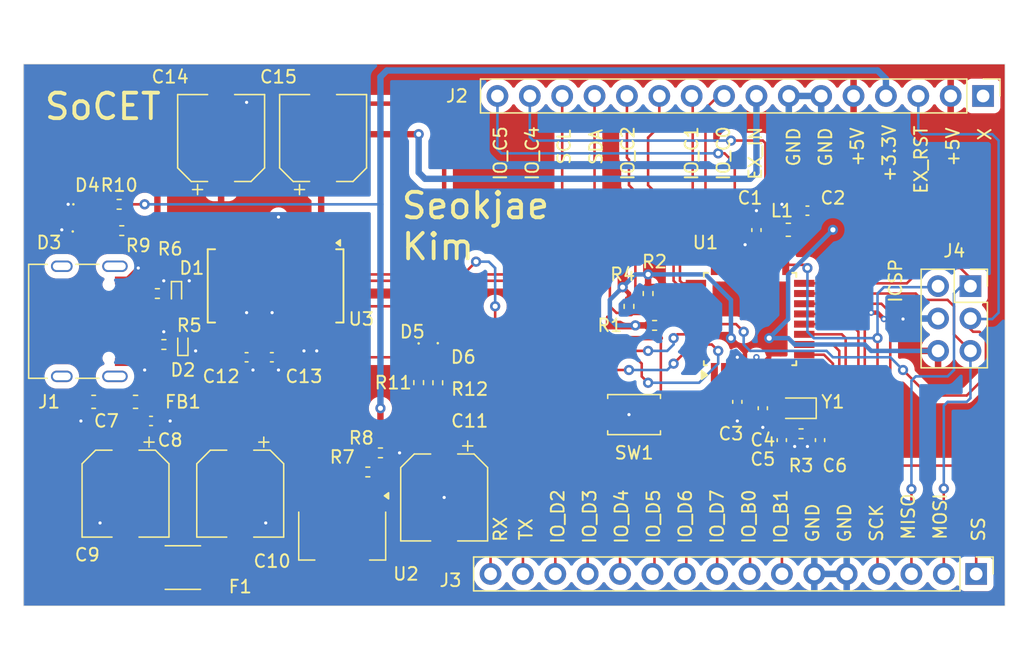
<source format=kicad_pcb>
(kicad_pcb (version 20240108) (generator "pcbnew") (generator_version "8.0")
  (layers (0 "F.Cu" signal) (31 "B.Cu" signal) (34 "B.Paste" user) (35 "F.Paste" user) (36 "B.SilkS" user "B.Silkscreen") (37 "F.SilkS" user "F.Silkscreen") (38 "B.Mask" user) (39 "F.Mask" user) (44 "Edge.Cuts" user))
  (net 0 "")
  (net 1 "GND")
  (net 2 "USBC_D.N")
  (net 3 "USBC_D.P")
  (net 4 "GPIO_B0")
  (net 5 "I2C_SDA")
  (net 6 "SPI.SCK")
  (net 7 "USART.RXD")
  (net 8 "Net-(U1-AREF)")
  (net 9 "EX_OSC2")
  (net 10 "+5V")
  (net 11 "GPIO_C3")
  (net 12 "GPIO_B1")
  (net 13 "GPIO_D6")
  (net 14 "GPIO_C0")
  (net 15 "GPIO_C2")
  (net 16 "GPIO_C1")
  (net 17 "GPIO_C4")
  (net 18 "Net-(U1-AVCC)")
  (net 19 "GPIO_D7")
  (net 20 "GPIO_D5")
  (net 21 "GPIO_D4")
  (net 22 "GPIO_C5")
  (net 23 "SPI.MOSI")
  (net 24 "I2C_SCL")
  (net 25 "SPI.MISO")
  (net 26 "GPIO_D3")
  (net 27 "SPI.SS")
  (net 28 "EX_RST")
  (net 29 "GPIO_D2")
  (net 30 "EX_OSC1")
  (net 31 "USART.TXD")
  (net 32 "+3.3V")
  (net 33 "Net-(U2-ADJ)")
  (net 34 "Net-(D6-K)")
  (net 40 "USART_DTR")
  (net 42 "Net-(D5-K)")
  (net 47 "Net-(U3-3V3OUT)")
  (net 48 "PWRU_IN")
  (net 49 "Net-(C8-Pad1)")
  (net 50 "Net-(D3-A)")
  (net 51 "Net-(D4-A)")
  (net 52 "Net-(D5-A)")
  (net 53 "Net-(D6-A)")
  (net 56 "Net-(J1-CC2)")
  (net 61 "Net-(J1-CC1)")
  (footprint "Resistor_SMD:R_0402_1005Metric" (layer "F.Cu") (at 131.5 90.49 -90)
    (property "Reference" "R11")
    (property "Value" "155")
  )
  (footprint "Resistor_SMD:R_0402_1005Metric" (layer "F.Cu") (at 111 83.5)
    (property "Reference" "R6")
    (property "Value" "5.1k")
  )
  (footprint "Resistor_SMD:R_0402_1005Metric" (layer "F.Cu") (at 108 76.5 180)
    (property "Reference" "R10")
    (property "Value" "70Ω")
  )
  (footprint "Capacitor_SMD:CP_Elec_6.3x7.7" (layer "F.Cu") (at 133.5 99.5 -90)
    (property "Reference" "C11")
    (property "Value" "0.1u")
  )
  (footprint "Resistor_SMD:R_0402_1005Metric" (layer "F.Cu") (at 108.205 78.565 180)
    (property "Reference" "R9")
    (property "Value" "155Ω")
  )
  (footprint "Package_TO_SOT_SMD:SOT-223" (layer "F.Cu") (at 125.5 102.5 -90)
    (property "Reference" "U2")
    (property "Value" "LM1117DT-ADJ")
  )
  (footprint "Capacitor_SMD:C_0402_1005Metric" (layer "F.Cu") (at 156.5 92 -90)
    (property "Reference" "C3")
    (property "Value" "0.1u")
  )
  (footprint "Connector_PinSocket_2.54mm:PinSocket_2x03_P2.54mm_Vertical" (layer "F.Cu") (at 174.79 82.92)
    (property "Reference" "J4")
    (property "Value" "ICSP")
  )
  (footprint "Capacitor_SMD:C_0402_1005Metric" (layer "F.Cu") (at 110.5 93.5)
    (property "Reference" "C8")
    (property "Value" "0.1u")
  )
  (footprint "Capacitor_SMD:CP_Elec_6.3x7.7" (layer "F.Cu") (at 117.5 99.2 -90)
    (property "Reference" "C10")
    (property "Value" "10u")
  )
  (footprint "Capacitor_SMD:C_0402_1005Metric" (layer "F.Cu") (at 119.98 88.5)
    (property "Reference" "C13")
    (property "Value" "0.1u")
  )
  (footprint "Capacitor_SMD:CP_Elec_6.3x7.7" (layer "F.Cu") (at 116 71.3 90)
    (property "Reference" "C14")
    (property "Value" "4.7u")
  )
  (footprint "Capacitor_SMD:C_0402_1005Metric" (layer "F.Cu") (at 118 88.5)
    (property "Reference" "C12")
    (property "Value" "0.1u")
  )
  (footprint "Button_Switch_SMD:SW_Push_SPST_NO_Alps_SKRK" (layer "F.Cu") (at 148.4 93 180)
    (property "Reference" "SW1")
    (property "Value" "SW_Push")
  )
  (footprint "Resistor_SMD:R_0402_1005Metric" (layer "F.Cu") (at 128.5 96)
    (property "Reference" "R8")
    (property "Value" "200")
  )
  (footprint "Diode_SMD:D_SOD-923" (layer "F.Cu") (at 113 87.5 90)
    (property "Reference" "D2")
    (property "Value" "ESD9B5.0ST5G")
  )
  (footprint "LED_SMD:LED_0402_1005Metric" (layer "F.Cu") (at 133 88.485 -90)
    (property "Reference" "D6")
    (property "Value" "LED")
  )
  (footprint "Capacitor_SMD:C_0402_1005Metric" (layer "F.Cu") (at 162.99 95 -90)
    (property "Reference" "C6")
    (property "Value" "18p")
  )
  (footprint "Capacitor_SMD:CP_Elec_6.3x7.7" (layer "F.Cu") (at 108.5 99.2 -90)
    (property "Reference" "C9")
    (property "Value" "4.7u")
  )
  (footprint "Connector_PinHeader_2.54mm:PinHeader_1x16_P2.54mm_Vertical" (layer "F.Cu") (at 175.24 105.5 -90)
    (property "Reference" "J3")
    (property "Value" "Conn_01x16_Socket")
  )
  (footprint "Resistor_SMD:R_0402_1005Metric" (layer "F.Cu") (at 127.51 97.5)
    (property "Reference" "R7")
    (property "Value" "121")
  )
  (footprint "Connector_USB:USB_C_Receptacle_Palconn_UTC16-G" (layer "F.Cu") (at 105.74 85.68 -90)
    (property "Reference" "J1")
    (property "Value" "USB_C_Receptacle_USB2.0_16P")
  )
  (footprint "Resistor_SMD:R_0402_1005Metric" (layer "F.Cu") (at 149.5 83.5 -90)
    (property "Reference" "R2")
    (property "Value" "4.7k")
  )
  (footprint "LED_SMD:LED_0402_1005Metric" (layer "F.Cu") (at 105.5 76.5)
    (property "Reference" "D4")
    (property "Value" "LED")
  )
  (footprint "Capacitor_SMD:C_0402_1005Metric" (layer "F.Cu") (at 158 78.52 -90)
    (property "Reference" "C1")
    (property "Value" "0.1u")
  )
  (footprint "Resistor_SMD:R_0402_1005Metric" (layer "F.Cu") (at 133 90.5 -90)
    (property "Reference" "R12")
    (property "Value" "155")
  )
  (footprint "Capacitor_SMD:C_0402_1005Metric" (layer "F.Cu") (at 158.5 92.5 -90)
    (property "Reference" "C4")
    (property "Value" "0.1u")
  )
  (footprint "Crystal:Crystal_SMD_2012-2Pin_2.0x1.2mm" (layer "F.Cu") (at 161.49 92.5 180)
    (property "Reference" "Y1")
    (property "Value" "16MHz")
  )
  (footprint "Resistor_SMD:R_0402_1005Metric" (layer "F.Cu") (at 111.51 87.5)
    (property "Reference" "R5")
    (property "Value" "5.1k")
  )
  (footprint "LED_SMD:LED_0402_1005Metric" (layer "F.Cu") (at 105.45 78.63)
    (property "Reference" "D3")
    (property "Value" "LED")
  )
  (footprint "Inductor_SMD:L_0603_1608Metric" (layer "F.Cu") (at 109.2875 92)
    (property "Reference" "FB1")
    (property "Value" "120Ω")
  )
  (footprint "Resistor_SMD:R_0402_1005Metric" (layer "F.Cu") (at 148 84.51 -90)
    (property "Reference" "R4")
    (property "Value" "4.7k")
  )
  (footprint "Package_QFP:TQFP-32_7x7mm_P0.8mm" (layer "F.Cu") (at 157.5 85.5 90)
    (property "Reference" "U1")
    (property "Value" "ATmega328P-A")
  )
  (footprint "Fuse:Fuse_1812_4532Metric" (layer "F.Cu") (at 113 105)
    (property "Reference" "F1")
    (property "Value" "500mA")
  )
  (footprint "Inductor_SMD:L_0603_1608Metric" (layer "F.Cu") (at 160.5 78.5)
    (property "Reference" "L1")
    (property "Value" "10u")
  )
  (footprint "Capacitor_SMD:C_0402_1005Metric" (layer "F.Cu") (at 159.99 95 -90)
    (property "Reference" "C5")
    (property "Value" "18p")
  )
  (footprint "Package_SO:SSOP-28_5.3x10.2mm_P0.65mm" (layer "F.Cu") (at 120.275 82.9 -90)
    (property "Reference" "U3")
    (property "Value" "FT232RL")
  )
  (footprint "Capacitor_SMD:CP_Elec_6.3x7.7" (layer "F.Cu") (at 124 71.3 90)
    (property "Reference" "C15")
    (property "Value" "0.1u")
  )
  (footprint "Resistor_SMD:R_0402_1005Metric" (layer "F.Cu") (at 150.01 86)
    (property "Reference" "R1")
    (property "Value" "10k")
  )
  (footprint "Capacitor_SMD:C_0603_1608Metric" (layer "F.Cu") (at 106 92 180)
    (property "Reference" "C7")
    (property "Value" "0.01u")
  )
  (footprint "Connector_PinHeader_2.54mm:PinHeader_1x16_P2.54mm_Vertical" (layer "F.Cu") (at 175.78 68 -90)
    (property "Reference" "J2")
    (property "Value" "Conn_01x16_Socket")
  )
  (footprint "LED_SMD:LED_0402_1005Metric" (layer "F.Cu") (at 131.5 88.505 -90)
    (property "Reference" "D5")
    (property "Value" "LED")
  )
  (footprint "Capacitor_SMD:C_0402_1005Metric" (layer "F.Cu") (at 162 77 180)
    (property "Reference" "C2")
    (property "Value" "0.1u")
  )
  (footprint "Resistor_SMD:R_0402_1005Metric" (layer "F.Cu") (at 161.5 94.5)
    (property "Reference" "R3")
    (property "Value" "1M")
  )
  (footprint "Diode_SMD:D_SOD-923" (layer "F.Cu") (at 112.5 83.42 -90)
    (property "Reference" "D1")
    (property "Value" "ESD9B5.0ST5G")
  )
  (gr_poly (pts (xy 100.5 65.5) (xy 100.5 108) (xy 177.5 108) (xy 177.5 65.5)) (stroke (width 0.05)) (fill none) (layer "Edge.Cuts"))
  (gr_text "IO_C5" (at 138.5 72.5 90) (layer "F.SilkS") (effects (font (size 1 1)) (justify bottom)))
  (gr_text "GND" (at 164 72 90) (layer "F.SilkS") (effects (font (size 1 1)) (justify bottom)))
  (gr_text "IO_D6" (at 153 101 90) (layer "F.SilkS") (effects (font (size 1 1)) (justify bottom)))
  (gr_text "IO_B0" (at 158 101 90) (layer "F.SilkS") (effects (font (size 1 1)) (justify bottom)))
  (gr_text "IO_D4" (at 148 101 90) (layer "F.SilkS") (effects (font (size 1 1)) (justify bottom)))
  (gr_text "EX_IN" (at 158.5 72.5 90) (layer "F.SilkS") (effects (font (size 1 1)) (justify bottom)))
  (gr_text "SCK" (at 168 101.5 90) (layer "F.SilkS") (effects (font (size 1 1)) (justify bottom)))
  (gr_text "IO_C0" (at 156 72.5 90) (layer "F.SilkS") (effects (font (size 1 1)) (justify bottom)))
  (gr_text "IO_C1" (at 153.5 72.5 90) (layer "F.SilkS") (effects (font (size 1 1)) (justify bottom)))
  (gr_text "X" (at 176.5 71 90) (layer "F.SilkS") (effects (font (size 1 1)) (justify bottom)))
  (gr_text "SCL" (at 143.5 72 90) (layer "F.SilkS") (effects (font (size 1 1)) (justify bottom)))
  (gr_text "IO_D5" (at 150.5 101 90) (layer "F.SilkS") (effects (font (size 1 1)) (justify bottom)))
  (gr_text "TX" (at 140.5 102 90) (layer "F.SilkS") (effects (font (size 1 1)) (justify bottom)))
  (gr_text "IO_B1" (at 160.5 101 90) (layer "F.SilkS") (effects (font (size 1 1)) (justify bottom)))
  (gr_text "+5V" (at 166.5 72 90) (layer "F.SilkS") (effects (font (size 1 1)) (justify bottom)))
  (gr_text "IO_C2" (at 148.5 72.5 90) (layer "F.SilkS") (effects (font (size 1 1)) (justify bottom)))
  (gr_text "RX" (at 138.5 102 90) (layer "F.SilkS") (effects (font (size 1 1)) (justify bottom)))
  (gr_text "SoCET" (at 102 70 0) (layer "F.SilkS") (effects (font (size 2 2) (thickness 0.3) (bold yes)) (justify left bottom)))
  (gr_text "IO_D7" (at 155.5 101 90) (layer "F.SilkS") (effects (font (size 1 1)) (justify bottom)))
  (gr_text "ICSP" (at 169.5 82.5 90) (layer "F.SilkS") (effects (font (size 1 1)) (justify bottom)))
  (gr_text "IO_C4" (at 141 72.5 90) (layer "F.SilkS") (effects (font (size 1 1)) (justify bottom)))
  (gr_text "+5V" (at 174 72 90) (layer "F.SilkS") (effects (font (size 1 1)) (justify bottom)))
  (gr_text "GND" (at 163 101.5 90) (layer "F.SilkS") (effects (font (size 1 1)) (justify bottom)))
  (gr_text "GND" (at 165.5 101.5 90) (layer "F.SilkS") (effects (font (size 1 1)) (justify bottom)))
  (gr_text "IO_D3" (at 145.5 101 90) (layer "F.SilkS") (effects (font (size 1 1)) (justify bottom)))
  (gr_text "EX_RST" (at 171.5 73 90) (layer "F.SilkS") (effects (font (size 1 1)) (justify bottom)))
  (gr_text "SS" (at 176 102 90) (layer "F.SilkS") (effects (font (size 1 1)) (justify bottom)))
  (gr_text "MOSI" (at 173 101 90) (layer "F.SilkS") (effects (font (size 1 1)) (justify bottom)))
  (gr_text "IO_D2" (at 143 101 90) (layer "F.SilkS") (effects (font (size 1 1)) (justify bottom)))
  (gr_text "Seokjae\nKim" (at 130 81 0) (layer "F.SilkS") (effects (font (size 2 2) (thickness 0.3)) (justify left bottom)))
  (gr_text "GND" (at 161.5 72 90) (layer "F.SilkS") (effects (font (size 1 1)) (justify bottom)))
  (gr_text "MISO" (at 170.5 101 90) (layer "F.SilkS") (effects (font (size 1 1)) (justify bottom)))
  (gr_text "SDA" (at 146 72 90) (layer "F.SilkS") (effects (font (size 1 1)) (justify bottom)))
  (gr_text "+3.3V" (at 169 72.5 90) (layer "F.SilkS") (effects (font (size 1 1)) (justify bottom)))
  (segment (start 119.1 101.9) (end 119.5 101.5) (width 0.35) (layer "F.Cu") (net 1))
  (segment (start 156.3 88.7) (end 156.5 88.5) (width 0.35) (layer "F.Cu") (net 1))
  (segment (start 133.5 99.5) (end 133.5 102.2) (width 0.35) (layer "F.Cu") (net 1))
  (segment (start 118 86.5) (end 118 85) (width 0.35) (layer "F.Cu") (net 1))
  (segment (start 172.21 85.5) (end 172.25 85.46) (width 0.35) (layer "F.Cu") (net 1))
  (segment (start 157.449006 78.04) (end 157.110024 78.378982) (width 0.35) (layer "F.Cu") (net 1))
  (segment (start 158 89.65) (end 157.9 89.75) (width 0.35) (layer "F.Cu") (net 1))
  (segment (start 113.92 87.92) (end 114 88) (width 0.35) (layer "F.Cu") (net 1))
  (segment (start 120.6 77.6) (end 120.5 77.5) (width 0.35) (layer "F.Cu") (net 1))
  (segment (start 106.5 101.5) (end 106.9 101.9) (width 0.35) (layer "F.Cu") (net 1))
  (segment (start 161.52 77) (end 161.054804 76.534804) (width 0.35) (layer "F.Cu") (net 1))
  (segment (start 120.5 88.54) (end 120.46 88.5) (width 0.35) (layer "F.Cu") (net 1))
  (segment (start 162.97 95.5) (end 162.99 95.48) (width 0.35) (layer "F.Cu") (net 1))
  (segment (start 118 68.5) (end 116.1 68.5) (width 0.35) (layer "F.Cu") (net 1))
  (segment (start 105.225 93.275) (end 105.225 92) (width 0.35) (layer "F.Cu") (net 1))
  (segment (start 158 78.04) (end 158 77) (width 0.35) (layer "F.Cu") (net 1))
  (segment (start 113 83) (end 113.5 82.5) (width 0.35) (layer "F.Cu") (net 1))
  (segment (start 111.5 86.5) (end 111.5 86.98) (width 0.35) (layer "F.Cu") (net 1))
  (segment (start 158 78.04) (end 157.449006 78.04) (width 0.35) (layer "F.Cu") (net 1))
  (segment (start 167.5 85) (end 168 85.5) (width 0.35) (layer "F.Cu") (net 1))
  (segment (start 113 87.92) (end 113.92 87.92) (width 0.35) (layer "F.Cu") (net 1))
  (segment (start 158.5 93) (end 158.5 94) (width 0.35) (layer "F.Cu") (net 1))
  (segment (start 104.835 78.5) (end 104.965 78.63) (width 0.35) (layer "F.Cu") (net 1))
  (segment (start 160.034804 76.534804) (end 160 76.5) (width 0.35) (layer "F.Cu") (net 1))
  (segment (start 111.5 83.49) (end 111.51 83.5) (width 0.35) (layer "F.Cu") (net 1))
  (segment (start 108.52 82.48) (end 109.5 81.5) (width 0.35) (layer "F.Cu") (net 1))
  (segment (start 148 93) (end 146.3 93) (width 0.35) (layer "F.Cu") (net 1))
  (segment (start 105 93.5) (end 105.225 93.275) (width 0.35) (layer "F.Cu") (net 1))
  (segment (start 109.38 88.88) (end 108.25 88.88) (width 0.35) (layer "F.Cu") (net 1))
  (segment (start 116.1 68.5) (end 116 68.6) (width 0.35) (layer "F.Cu") (net 1))
  (segment (start 122.5 86.55) (end 122.55 86.5) (width 0.35) (layer "F.Cu") (net 1))
  (segment (start 122.5 88) (end 122.5 86.55) (width 0.35) (layer "F.Cu") (net 1))
  (segment (start 160.98 95.48) (end 161 95.5) (width 0.35) (layer "F.Cu") (net 1))
  (segment (start 162 95.5) (end 162.97 95.5) (width 0.35) (layer "F.Cu") (net 1))
  (segment (start 156.5 93.5) (end 156.5 92.48) (width 0.35) (layer "F.Cu") (net 1))
  (segment (start 169.5 85.5) (end 172.21 85.5) (width 0.35) (layer "F.Cu") (net 1))
  (segment (start 111.5 86.98) (end 112.02 87.5) (width 0.35) (layer "F.Cu") (net 1))
  (segment (start 123.2 86.5) (end 123.2 87.7) (width 0.35) (layer "F.Cu") (net 1))
  (segment (start 130 96) (end 129.01 96) (width 0.35) (layer "F.Cu") (net 1))
  (segment (start 112.5 83) (end 113 83) (width 0.35) (layer "F.Cu") (net 1))
  (segment (start 119.95 85.05) (end 120 85) (width 0.35) (layer "F.Cu") (net 1))
  (segment (start 167 85) (end 167.5 85) (width 0.35) (layer "F.Cu") (net 1))
  (segment (start 104 76.5) (end 105.015 76.5) (width 0.35) (layer "F.Cu") (net 1))
  (segment (start 118.5 89.5) (end 118.5 88.52) (width 0.35) (layer "F.Cu") (net 1))
  (segment (start 103.5 78.5) (end 104.835 78.5) (width 0.35) (layer "F.Cu") (net 1))
  (segment (start 112 93.5) (end 110.98 93.5) (width 0.35) (layer "F.Cu") (net 1))
  (segment (start 157.110024 81.239976) (end 157.110024 79.667837) (width 0.35) (layer "F.Cu") (net 1))
  (segment (start 117.5 101.9) (end 119.1 101.9) (width 0.35) (layer "F.Cu") (net 1))
  (segment (start 158 88.5) (end 158 89.65) (width 0.35) (layer "F.Cu") (net 1))
  (segment (start 159.99 95.48) (end 160.98 95.48) (width 0.35) (layer "F.Cu") (net 1))
  (segment (start 118.5 88.52) (end 118.48 88.5) (width 0.35) (layer "F.Cu") (net 1))
  (segment (start 157.110024 78.378982) (end 157.110024 79.667837) (width 0.35) (layer "F.Cu") (net 1))
  (segment (start 157 81.35) (end 157.1 81.25) (width 0.35) (layer "F.Cu") (net 1))
  (segment (start 157.1 81.25) (end 157.110024 81.239976) (width 0.35) (layer "F.Cu") (net 1))
  (segment (start 123.2 87.7) (end 123.5 88) (width 0.35) (layer "F.Cu") (net 1))
  (segment (start 156.3 89.75) (end 156.3 88.7) (width 0.35) (layer "F.Cu") (net 1))
  (segment (start 120.6 79.3) (end 120.6 77.6) (width 0.35) (layer "F.Cu") (net 1))
  (segment (start 108.25 82.48) (end 108.52 82.48) (width 0.35) (layer "F.Cu") (net 1))
  (segment (start 120.5 89.5) (end 120.5 88.54) (width 0.35) (layer "F.Cu") (net 1))
  (segment (start 161.054804 76.534804) (end 160.034804 76.534804) (width 0.35) (layer "F.Cu") (net 1))
  (segment (start 106.9 101.9) (end 108.5 101.9) (width 0.35) (layer "F.Cu") (net 1))
  (segment (start 111.5 82.5) (end 111.5 83.49) (width 0.35) (layer "F.Cu") (net 1))
  (segment (start 119.95 86.5) (end 119.95 85.05) (width 0.35) (layer "F.Cu") (net 1))
  (segment (start 110 89.5) (end 109.38 88.88) (width 0.35) (layer "F.Cu") (net 1))
  (via (at 110 89.5) (size 0.5) (drill 0.25) (layers "F.Cu" "B.Cu") (net 1))
  (via (at 113.5 82.5) (size 0.5) (drill 0.25) (layers "F.Cu" "B.Cu") (net 1))
  (via (at 109.5 81.5) (size 0.5) (drill 0.25) (layers "F.Cu" "B.Cu") (net 1))
  (via (at 161 95.5) (size 0.5) (drill 0.25) (layers "F.Cu" "B.Cu") (net 1))
  (via (at 111.5 86.5) (size 0.5) (drill 0.25) (layers "F.Cu" "B.Cu") (net 1))
  (via (at 156.5 88.5) (size 0.5) (drill 0.25) (layers "F.Cu" "B.Cu") (net 1))
  (via (at 167 85) (size 0.5) (drill 0.25) (layers "F.Cu" "B.Cu") (net 1))
  (via (at 118.5 89.5) (size 0.5) (drill 0.25) (layers "F.Cu" "B.Cu") (net 1))
  (via (at 106.5 101.5) (size 0.5) (drill 0.25) (layers "F.Cu" "B.Cu") (net 1))
  (via (at 130 96) (size 0.5) (drill 0.25) (layers "F.Cu" "B.Cu") (net 1))
  (via (at 160 76.5) (size 0.5) (drill 0.25) (layers "F.Cu" "B.Cu") (net 1))
  (via (at 118 85) (size 0.5) (drill 0.25) (layers "F.Cu" "B.Cu") (net 1))
  (via (at 112 93.5) (size 0.5) (drill 0.25) (layers "F.Cu" "B.Cu") (net 1))
  (via (at 158 77) (size 0.5) (drill 0.25) (layers "F.Cu" "B.Cu") (net 1))
  (via (at 120.5 77.5) (size 0.5) (drill 0.25) (layers "F.Cu" "B.Cu") (net 1))
  (via (at 168 85.5) (size 0.5) (drill 0.25) (layers "F.Cu" "B.Cu") (net 1))
  (via (at 119.5 101.5) (size 0.5) (drill 0.25) (layers "F.Cu" "B.Cu") (net 1))
  (via (at 120.5 89.5) (size 0.5) (drill 0.25) (layers "F.Cu" "B.Cu") (net 1))
  (via (at 156.5 93.5) (size 0.5) (drill 0.25) (layers "F.Cu" "B.Cu") (net 1))
  (via (at 148 93) (size 0.5) (drill 0.25) (layers "F.Cu" "B.Cu") (net 1))
  (via (at 111.5 82.5) (size 0.5) (drill 0.25) (layers "F.Cu" "B.Cu") (net 1))
  (via (at 118 68.5) (size 0.5) (drill 0.25) (layers "F.Cu" "B.Cu") (net 1))
  (via (at 158.5 94) (size 0.5) (drill 0.25) (layers "F.Cu" "B.Cu") (net 1))
  (via (at 120 85) (size 0.5) (drill 0.25) (layers "F.Cu" "B.Cu") (net 1))
  (via (at 103.5 78.5) (size 0.5) (drill 0.25) (layers "F.Cu" "B.Cu") (net 1))
  (via (at 157.110024 79.667837) (size 0.5) (drill 0.25) (layers "F.Cu" "B.Cu") (net 1))
  (via (at 169.5 85.5) (size 0.5) (drill 0.25) (layers "F.Cu" "B.Cu") (net 1))
  (via (at 122.5 88) (size 0.5) (drill 0.25) (layers "F.Cu" "B.Cu") (net 1))
  (via (at 105 93.5) (size 0.5) (drill 0.25) (layers "F.Cu" "B.Cu") (net 1))
  (via (at 133.5 99.5) (size 0.5) (drill 0.25) (layers "F.Cu" "B.Cu") (net 1))
  (via (at 104 76.5) (size 0.5) (drill 0.25) (layers "F.Cu" "B.Cu") (net 1))
  (via (at 158 88.5) (size 0.5) (drill 0.25) (layers "F.Cu" "B.Cu") (net 1))
  (via (at 162 95.5) (size 0.5) (drill 0.25) (layers "F.Cu" "B.Cu") (net 1))
  (via (at 114 88) (size 0.5) (drill 0.25) (layers "F.Cu" "B.Cu") (net 1))
  (via (at 123.5 88) (size 0.5) (drill 0.25) (layers "F.Cu" "B.Cu") (net 1))
  (segment (start 161.5 75) (end 160 76.5) (width 0.35) (layer "B.Cu") (net 1))
  (segment (start 167 85) (end 167 76) (width 0.35) (layer "B.Cu") (net 1))
  (segment (start 166 75) (end 161.5 75) (width 0.35) (layer "B.Cu") (net 1))
  (segment (start 167 76) (end 166 75) (width 0.35) (layer "B.Cu") (net 1))
  (segment (start 172.21 85.5) (end 172.25 85.46) (width 0.35) (layer "B.Cu") (net 1))
  (segment (start 160 76.5) (end 158.5 76.5) (width 0.35) (layer "B.Cu") (net 1))
  (segment (start 158.5 76.5) (end 158 77) (width 0.35) (layer "B.Cu") (net 1))
  (segment (start 168 85.5) (end 169.5 85.5) (width 0.35) (layer "B.Cu") (net 1))
  (segment (start 109.120001 84.93) (end 109.145001 84.955) (width 0.2) (layer "F.Cu") (net 2))
  (segment (start 107.041081 85.430663) (end 107.540418 85.93) (width 0.2) (layer "F.Cu") (net 2))
  (segment (start 116.7 85.85) (end 116.7 86.5) (width 0.2177) (layer "F.Cu") (net 2))
  (segment (start 112.5 83.84) (end 112.5 84.5) (width 0.2) (layer "F.Cu") (net 2))
  (segment (start 112.5 84.5) (end 112.627069 84.627069) (width 0.2) (layer "F.Cu") (net 2))
  (segment (start 107.340258 84.93) (end 107.041081 85.229177) (width 0.2) (layer "F.Cu") (net 2))
  (segment (start 109.5 84.955) (end 112.299138 84.955) (width 0.2177) (layer "F.Cu") (net 2))
  (segment (start 109.145001 84.955) (end 109.5 84.955) (width 0.2) (layer "F.Cu") (net 2))
  (segment (start 107.041081 85.229177) (end 107.041081 85.430663) (width 0.2) (layer "F.Cu") (net 2))
  (segment (start 116.54885 83.802988) (end 116.54885 85.69885) (width 0.2177) (layer "F.Cu") (net 2))
  (segment (start 112.627069 84.627069) (end 114.427988 82.82615) (width 0.2177) (layer "F.Cu") (net 2))
  (segment (start 114.427988 82.82615) (end 115.572012 82.82615) (width 0.2177) (layer "F.Cu") (net 2))
  (segment (start 115.572012 82.82615) (end 116.54885 83.802988) (width 0.2177) (layer "F.Cu") (net 2))
  (segment (start 107.540418 85.93) (end 108.25 85.93) (width 0.2) (layer "F.Cu") (net 2))
  (segment (start 108.25 84.93) (end 107.340258 84.93) (width 0.2) (layer "F.Cu") (net 2))
  (segment (start 112.299138 84.955) (end 112.627069 84.627069) (width 0.2177) (layer "F.Cu") (net 2))
  (segment (start 108.25 84.93) (end 109.120001 84.93) (width 0.2) (layer "F.Cu") (net 2))
  (segment (start 116.54885 85.69885) (end 116.7 85.85) (width 0.2177) (layer "F.Cu") (net 2))
  (segment (start 109.120001 85.43) (end 109.145001 85.405) (width 0.2) (layer "F.Cu") (net 3))
  (segment (start 114.572012 83.17385) (end 115.427988 83.17385) (width 0.2177) (layer "F.Cu") (net 3))
  (segment (start 109.145001 85.405) (end 109.5 85.405) (width 0.2) (layer "F.Cu") (net 3))
  (segment (start 116.20115 83.947012) (end 116.20115 85.69885) (width 0.2177) (layer "F.Cu") (net 3))
  (segment (start 110.5 85.405) (end 112 85.405) (width 0.2177) (layer "F.Cu") (net 3))
  (segment (start 112.340862 85.405) (end 114.572012 83.17385) (width 0.2177) (layer "F.Cu") (net 3))
  (segment (start 116.05 85.85) (end 116.05 86.5) (width 0.2177) (layer "F.Cu") (net 3))
  (segment (start 115.427988 83.17385) (end 116.20115 83.947012) (width 0.2177) (layer "F.Cu") (net 3))
  (segment (start 112 86.08) (end 113 87.08) (width 0.2) (layer "F.Cu") (net 3))
  (segment (start 112 85.405) (end 112 86.08) (width 0.2) (layer "F.Cu") (net 3))
  (segment (start 108.25 86.43) (end 109.475 86.43) (width 0.2) (layer "F.Cu") (net 3))
  (segment (start 109.5 85.405) (end 110.5 85.405) (width 0.2177) (layer "F.Cu") (net 3))
  (segment (start 109.475 86.43) (end 110.5 85.405) (width 0.2) (layer "F.Cu") (net 3))
  (segment (start 116.20115 85.69885) (end 116.05 85.85) (width 0.2177) (layer "F.Cu") (net 3))
  (segment (start 108.25 85.43) (end 109.120001 85.43) (width 0.2) (layer "F.Cu") (net 3))
  (segment (start 112 85.405) (end 112.340862 85.405) (width 0.2177) (layer "F.Cu") (net 3))
  (segment (start 157.5 99) (end 157.5 105.46) (width 0.2) (layer "F.Cu") (net 4))
  (segment (start 158 98.5) (end 157.5 99) (width 0.2) (layer "F.Cu") (net 4))
  (segment (start 166 86.5) (end 166 98) (width 0.2) (layer "F.Cu") (net 4))
  (segment (start 161.75 85.9) (end 165.4 85.9) (width 0.2) (layer "F.Cu") (net 4))
  (segment (start 166 98) (end 165.5 98.5) (width 0.2) (layer "F.Cu") (net 4))
  (segment (start 165.5 98.5) (end 158 98.5) (width 0.2) (layer "F.Cu") (net 4))
  (segment (start 165.4 85.9) (end 166 86.5) (width 0.2) (layer "F.Cu") (net 4))
  (segment (start 157.5 105.46) (end 157.46 105.5) (width 0.2) (layer "F.Cu") (net 4))
  (segment (start 153.25 84.3) (end 149.79 84.3) (width 0.2) (layer "F.Cu") (net 5))
  (segment (start 145.3 77.8) (end 145.5 78) (width 0.2) (layer "F.Cu") (net 5))
  (segment (start 147.5 78) (end 148.5 79) (width 0.2) (layer "F.Cu") (net 5))
  (segment (start 148.5 83.505) (end 149.005 84.01) (width 0.2) (layer "F.Cu") (net 5))
  (segment (start 145.3 68) (end 145.3 77.8) (width 0.2) (layer "F.Cu") (net 5))
  (segment (start 149.79 84.3) (end 149.5 84.01) (width 0.2) (layer "F.Cu") (net 5))
  (segment (start 145.5 78) (end 147.5 78) (width 0.2) (layer "F.Cu") (net 5))
  (segment (start 148.5 79) (end 148.5 83.505) (width 0.2) (layer "F.Cu") (net 5))
  (segment (start 149.005 84.01) (end 149.5 84.01) (width 0.2) (layer "F.Cu") (net 5))
  (segment (start 161.75 81.25) (end 162 81.5) (width 0.2) (layer "F.Cu") (net 6))
  (segment (start 167.5 92.5) (end 167.5 87) (width 0.2) (layer "F.Cu") (net 6))
  (segment (start 167.5 105.38) (end 167.5 92.5) (width 0.2) (layer "F.Cu") (net 6))
  (segment (start 160.3 81.25) (end 161.75 81.25) (width 0.2) (layer "F.Cu") (net 6))
  (segment (start 167.62 105.5) (end 167.5 105.38) (width 0.2) (layer "F.Cu") (net 6))
  (via (at 162 81.5) (size 0.8) (drill 0.4) (layers "F.Cu" "B.Cu") (net 6))
  (via (at 167.5 87) (size 0.8) (drill 0.4) (layers "F.Cu" "B.Cu") (net 6))
  (segment (start 172.21 83) (end 172.25 82.96) (width 0.2) (layer "B.Cu") (net 6))
  (segment (start 171.92 83) (end 171.96 82.96) (width 0.2) (layer "B.Cu") (net 6))
  (segment (start 162 86.5) (end 162.5 87) (width 0.2) (layer "B.Cu") (net 6))
  (segment (start 168 83) (end 172.17 83) (width 0.2) (layer "B.Cu") (net 6))
  (segment (start 172.17 83) (end 172.25 82.92) (width 0.2) (layer "B.Cu") (net 6))
  (segment (start 162 81.5) (end 162 86.5) (width 0.2) (layer "B.Cu") (net 6))
  (segment (start 167.5 83.5) (end 168 83) (width 0.2) (layer "B.Cu") (net 6))
  (segment (start 167.5 83.5) (end 167.5 87) (width 0.2) (layer "B.Cu") (net 6))
  (segment (start 162.5 87) (end 167.5 87) (width 0.2) (layer "B.Cu") (net 6))
  (segment (start 135 82) (end 136 81) (width 0.2) (layer "F.Cu") (net 7))
  (segment (start 144 82) (end 135 82) (width 0.2) (layer "F.Cu") (net 7))
  (segment (start 144.5 82.5) (end 144 82) (width 0.2) (layer "F.Cu") (net 7))
  (segment (start 137.14 105.5) (end 137.14 103.36) (width 0.2) (layer "F.Cu") (net 7))
  (segment (start 124.5 79.3) (end 124.5 81.5) (width 0.2) (layer "F.Cu") (net 7))
  (segment (start 124.5 81.5) (end 125 82) (width 0.2) (layer "F.Cu") (net 7))
  (segment (start 137.5 103) (end 137.5 84.5) (width 0.2) (layer "F.Cu") (net 7))
  (segment (start 151.8 86.7) (end 151.5 87) (width 0.2) (layer "F.Cu") (net 7))
  (segment (start 144.5 87.5) (end 144.5 82.5) (width 0.2) (layer "F.Cu") (net 7))
  (segment (start 149.5 88) (end 145 88) (width 0.2) (layer "F.Cu") (net 7))
  (segment (start 153.25 86.7) (end 151.8 86.7) (width 0.2) (layer "F.Cu") (net 7))
  (segment (start 145 88) (end 144.5 87.5) (width 0.2) (layer "F.Cu") (net 7))
  (segment (start 137.14 103.36) (end 137.5 103) (width 0.2) (layer "F.Cu") (net 7))
  (segment (start 125 82) (end 135 82) (width 0.2) (layer "F.Cu") (net 7))
  (via (at 151.5 87) (size 0.8) (drill 0.4) (layers "F.Cu" "B.Cu") (net 7))
  (via (at 136 81) (size 0.8) (drill 0.4) (layers "F.Cu" "B.Cu") (net 7))
  (via (at 149.5 88) (size 0.8) (drill 0.4) (layers "F.Cu" "B.Cu") (net 7))
  (via (at 137.5 84.5) (size 0.8) (drill 0.4) (layers "F.Cu" "B.Cu") (net 7))
  (segment (start 151.5 87.5) (end 151 88) (width 0.2) (layer "B.Cu") (net 7))
  (segment (start 151 88) (end 149.5 88) (width 0.2) (layer "B.Cu") (net 7))
  (segment (start 137.5 81.5) (end 137 81) (width 0.2) (layer "B.Cu") (net 7))
  (segment (start 151.5 87) (end 151.5 87.5) (width 0.2) (layer "B.Cu") (net 7))
  (segment (start 137 81) (end 136 81) (width 0.2) (layer "B.Cu") (net 7))
  (segment (start 137.5 84.5) (end 137.5 81.5) (width 0.2) (layer "B.Cu") (net 7))
  (segment (start 157.9 81.25) (end 157.9 79.1) (width 0.5) (layer "F.Cu") (net 8))
  (segment (start 157.9 79.1) (end 158 79) (width 0.5) (layer "F.Cu") (net 8))
  (segment (start 162.19 93.31) (end 162 93.5) (width 0.35) (layer "F.Cu") (net 9))
  (segment (start 160.5 91) (end 161.5 91) (width 0.35) (layer "F.Cu") (net 9))
  (segment (start 162.01 94.5) (end 162.97 94.5) (width 0.35) (layer "F.Cu") (net 9))
  (segment (start 160.3 90.8) (end 160.5 91) (width 0.35) (layer "F.Cu") (net 9))
  (segment (start 162.19 92.5) (end 162.19 93.31) (width 0.35) (layer "F.Cu") (net 9))
  (segment (start 162.97 94.5) (end 162.99 94.52) (width 0.35) (layer "F.Cu") (net 9))
  (segment (start 161.5 91) (end 162.19 91.69) (width 0.35) (layer "F.Cu") (net 9))
  (segment (start 162.19 91.69) (end 162.19 92.5) (width 0.35) (layer "F.Cu") (net 9))
  (segment (start 160.3 89.75) (end 160.3 90.8) (width 0.35) (layer "F.Cu") (net 9))
  (segment (start 162 93.5) (end 162.01 93.51) (width 0.35) (layer "F.Cu") (net 9))
  (segment (start 162.01 93.51) (end 162.01 94.5) (width 0.35) (layer "F.Cu") (net 9))
  (segment (start 158.7 91.82) (end 158.7 89.75) (width 0.5) (layer "F.Cu") (net 10))
  (segment (start 122.5 95.5) (end 122.5 96.5) (width 0.35) (layer "F.Cu") (net 10))
  (segment (start 164 77) (end 164 78.5) (width 0.35) (layer "F.Cu") (net 10))
  (segment (start 163.5 76.5) (end 164 77) (width 0.35) (layer "F.Cu") (net 10))
  (segment (start 118.5 93.5) (end 117.5 94.5) (width 0.35) (layer "F.Cu") (net 10))
  (segment (start 149.5 86) (end 148.5 86) (width 0.35) (layer "F.Cu") (net 10))
  (segment (start 172.25 90.25) (end 173 91) (width 0.35) (layer "F.Cu") (net 10))
  (segment (start 119.3 86.5) (end 119.3 84.8) (width 0.35) (layer "F.Cu") (net 10))
  (segment (start 163 76.5) (end 163.5 76.5) (width 0.35) (layer "F.Cu") (net 10))
  (segment (start 157.1 89.75) (end 157.1 88.1) (width 0.35) (layer "F.Cu") (net 10))
  (segment (start 161.2875 78.5) (end 161.924538 78.5) (width 0.35) (layer "F.Cu") (net 10))
  (segment (start 122.55 77.55) (end 122.5 77.5) (width 0.35) (layer "F.Cu") (net 10))
  (segment (start 162.48 77) (end 162.5 77) (width 0.35) (layer "F.Cu") (net 10))
  (segment (start 156.5 91.5) (end 157.1 90.9) (width 0.5) (layer "F.Cu") (net 10))
  (segment (start 162.48 76.98) (end 162.48 77) (width 0.35) (layer "F.Cu") (net 10))
  (segment (start 119.3 84.8) (end 119 84.5) (width 0.35) (layer "F.Cu") (net 10))
  (segment (start 131.5 92.5) (end 131.5 91) (width 0.35) (layer "F.Cu") (net 10))
  (segment (start 119.3 88.3) (end 119.5 88.5) (width 0.5) (layer "F.Cu") (net 10))
  (segment (start 157.1 90.9) (end 157.1 89.75) (width 0.5) (layer "F.Cu") (net 10))
  (segment (start 133 91.01) (end 133.01 91.01) (width 0.35) (layer "F.Cu") (net 10))
  (segment (start 109.935 78.565) (end 110 78.5) (width 0.35) (layer "F.Cu") (net 10))
  (segment (start 117.5 94.5) (end 117.5 96.5) (width 0.35) (layer "F.Cu") (net 10))
  (segment (start 122.55 79.3) (end 122.55 77.55) (width 0.35) (layer "F.Cu") (net 10))
  (segment (start 162.48 77.944538) (end 162.48 77) (width 0.35) (layer "F.Cu") (net 10))
  (segment (start 158.7 88.8) (end 159 88.5) (width 0.35) (layer "F.Cu") (net 10))
  (segment (start 161.924538 78.5) (end 162.48 77.944538) (width 0.35) (layer "F.Cu") (net 10))
  (segment (start 122.5 96.5) (end 117.5 96.5) (width 0.5) (layer "F.Cu") (net 10))
  (segment (start 116.5 96.5) (end 117.5 96.5) (width 0.5) (layer "F.Cu") (net 10))
  (segment (start 115.1375 105) (end 115.1375 97.8625) (width 0.5) (layer "F.Cu") (net 10))
  (segment (start 149.5 82) (end 149.5 82.99) (width 0.35) (layer "F.Cu") (net 10))
  (segment (start 148 83.5) (end 147.5 83) (width 0.35) (layer "F.Cu") (net 10))
  (segment (start 162.5 77) (end 163 76.5) (width 0.35) (layer "F.Cu") (net 10))
  (segment (start 119.3 86.5) (end 119.3 88.3) (width 0.5) (layer "F.Cu") (net 10))
  (segment (start 118 79.3) (end 118 77.5) (width 0.35) (layer "F.Cu") (net 10))
  (segment (start 158.7 89.75) (end 158.7 88.8) (width 0.35) (layer "F.Cu") (net 10))
  (segment (start 172.25 88) (end 172.25 90.25) (width 0.35) (layer "F.Cu") (net 10))
  (segment (start 159 88.5) (end 159 87) (width 0.35) (layer "F.Cu") (net 10))
  (segment (start 157.1 88.1) (end 156 87) (width 0.35) (layer "F.Cu") (net 10))
  (segment (start 123.2 99.35) (end 123.2 97.2) (width 0.5) (layer "F.Cu") (net 10))
  (segment (start 123.2 97.2) (end 122.5 96.5) (width 0.5) (layer "F.Cu") (net 10))
  (segment (start 116 77.5) (end 116 74) (width 0.35) (layer "F.Cu") (net 10))
  (segment (start 158.5 92.02) (end 158.7 91.82) (width 0.5) (layer "F.Cu") (net 10))
  (segment (start 133 92.5) (end 133 91.01) (width 0.35) (layer "F.Cu") (net 10))
  (segment (start 108.715 78.565) (end 109.935 78.565) (width 0.35) (layer "F.Cu") (net 10))
  (segment (start 156.5 91.52) (end 156.5 91.5) (width 0.5) (layer "F.Cu") (net 10))
  (segment (start 148 84) (end 148 83.5) (width 0.35) (layer "F.Cu") (net 10))
  (segment (start 115.1375 97.8625) (end 116.5 96.5) (width 0.5) (layer "F.Cu") (net 10))
  (via (at 156 87) (size 0.8) (drill 0.4) (layers "F.Cu" "B.Cu") (net 10))
  (via (at 149.5 82) (size 0.8) (drill 0.4) (layers "F.Cu" "B.Cu") (net 10))
  (via (at 159 87) (size 0.8) (drill 0.4) (layers "F.Cu" "B.Cu") (net 10))
  (via (at 164 78.5) (size 0.8) (drill 0.4) (layers "F.Cu" "B.Cu") (net 10))
  (via (at 148.5 86) (size 0.8) (drill 0.4) (layers "F.Cu" "B.Cu") (net 10))
  (via (at 147.5 83) (size 0.8) (drill 0.4) (layers "F.Cu" "B.Cu") (net 10))
  (segment (start 167 88) (end 172.25 88) (width 0.35) (layer "B.Cu") (net 10))
  (segment (start 147 86) (end 146.5 85.5) (width 0.35) (layer "B.Cu") (net 10))
  (segment (start 147.5 83) (end 148.5 82) (width 0.35) (layer "B.Cu") (net 10))
  (segment (start 161 87.5) (end 166.5 87.5) (width 0.35) (layer "B.Cu") (net 10))
  (segment (start 160.483984 85.516016) (end 159 87) (width 0.35) (layer "B.Cu") (net 10))
  (segment (start 160.483984 82.016016) (end 160.483984 85.516016) (width 0.35) (layer "B.Cu") (net 10))
  (segment (start 146.5 84) (end 147.5 83) (width 0.35) (layer "B.Cu") (net 10))
  (segment (start 149.5 82) (end 154 82) (width 0.35) (layer "B.Cu") (net 10))
  (segment (start 160.5 87) (end 161 87.5) (width 0.35) (layer "B.Cu") (net 10))
  (segment (start 146.5 85.5) (end 146.5 84) (width 0.35) (layer "B.Cu") (net 10))
  (segment (start 148.5 82) (end 149.5 82) (width 0.35) (layer "B.Cu") (net 10))
  (segment (start 166.5 87.5) (end 167 88) (width 0.35) (layer "B.Cu") (net 10))
  (segment (start 156 84) (end 156 87) (width 0.35) (layer "B.Cu") (net 10))
  (segment (start 164 78.5) (end 160.483984 82.016016) (width 0.35) (layer "B.Cu") (net 10))
  (segment (start 159 87) (end 160.5 87) (width 0.35) (layer "B.Cu") (net 10))
  (segment (start 154 82) (end 156 84) (width 0.35) (layer "B.Cu") (net 10))
  (segment (start 148.5 86) (end 147 86) (width 0.35) (layer "B.Cu") (net 10))
  (segment (start 151.5 78.5) (end 148 75) (width 0.2) (layer "F.Cu") (net 11))
  (segment (start 153.25 83.5) (end 152.5 83.5) (width 0.2) (layer "F.Cu") (net 11))
  (segment (start 148 75) (end 148 73) (width 0.2) (layer "F.Cu") (net 11))
  (segment (start 152.5 83.5) (end 151.5 82.5) (width 0.2) (layer "F.Cu") (net 11))
  (segment (start 147.84 72.84) (end 147.84 68) (width 0.2) (layer "F.Cu") (net 11))
  (segment (start 148 73) (end 147.84 72.84) (width 0.2) (layer "F.Cu") (net 11))
  (segment (start 151.5 82.5) (end 151.5 78.5) (width 0.2) (layer "F.Cu") (net 11))
  (segment (start 166.5 85.5) (end 166.5 98.5) (width 0.2) (layer "F.Cu") (net 12))
  (segment (start 160.5 99) (end 160 99.5) (width 0.2) (layer "F.Cu") (net 12))
  (segment (start 166.1 85.1) (end 166.5 85.5) (width 0.2) (layer "F.Cu") (net 12))
  (segment (start 166 99) (end 160.5 99) (width 0.2) (layer "F.Cu") (net 12))
  (segment (start 160 99.5) (end 160 105.5) (width 0.2) (layer "F.Cu") (net 12))
  (segment (start 161.75 85.1) (end 166.1 85.1) (width 0.2) (layer "F.Cu") (net 12))
  (segment (start 166.5 98.5) (end 166 99) (width 0.2) (layer "F.Cu") (net 12))
  (segment (start 152.5 98) (end 152.5 105.38) (width 0.2) (layer "F.Cu") (net 13))
  (segment (start 164 87.5) (end 164.5 88) (width 0.2) (layer "F.Cu") (net 13))
  (segment (start 161.75 87.5) (end 164 87.5) (width 0.2) (layer "F.Cu") (net 13))
  (segment (start 164 97.5) (end 153 97.5) (width 0.2) (layer "F.Cu") (net 13))
  (segment (start 164.5 88) (end 164.5 97) (width 0.2) (layer "F.Cu") (net 13))
  (segment (start 152.5 105.38) (end 152.38 105.5) (width 0.2) (layer "F.Cu") (net 13))
  (segment (start 153 97.5) (end 152.5 98) (width 0.2) (layer "F.Cu") (net 13))
  (segment (start 164.5 97) (end 164 97.5) (width 0.2) (layer "F.Cu") (net 13))
  (segment (start 155.5 79.5) (end 154 78) (width 0.2) (layer "F.Cu") (net 14))
  (segment (start 155 68) (end 155.46 68) (width 0.2) (layer "F.Cu") (net 14))
  (segment (start 154 69) (end 155 68) (width 0.2) (layer "F.Cu") (net 14))
  (segment (start 154 78) (end 154 69) (width 0.2) (layer "F.Cu") (net 14))
  (segment (start 155.5 81.25) (end 155.5 79.5) (width 0.2) (layer "F.Cu") (net 14))
  (segment (start 152 82.5) (end 152 77.5) (width 0.2) (layer "F.Cu") (net 15))
  (segment (start 153.25 82.7) (end 152.2 82.7) (width 0.2) (layer "F.Cu") (net 15))
  (segment (start 149.5 71.26) (end 150.38 70.38) (width 0.2) (layer "F.Cu") (net 15))
  (segment (start 152.2 82.7) (end 152 82.5) (width 0.2) (layer "F.Cu") (net 15))
  (segment (start 149.5 75) (end 149.5 71.26) (width 0.2) (layer "F.Cu") (net 15))
  (segment (start 150.38 70.38) (end 150.38 68) (width 0.2) (layer "F.Cu") (net 15))
  (segment (start 152 77.5) (end 149.5 75) (width 0.2) (layer "F.Cu") (net 15))
  (segment (start 154.7 81.25) (end 154.25 81.25) (width 0.2) (layer "F.Cu") (net 16))
  (segment (start 153 68.08) (end 152.92 68) (width 0.2) (layer "F.Cu") (net 16))
  (segment (start 154.25 81.25) (end 153 80) (width 0.2) (layer "F.Cu") (net 16))
  (segment (start 153 80) (end 153 68.08) (width 0.2) (layer "F.Cu") (net 16))
  (segment (start 158.5 71.5) (end 156 71.5) (width 0.2) (layer "F.Cu") (net 17))
  (segment (start 158.7 71.7) (end 158.5 71.5) (width 0.2) (layer "F.Cu") (net 17))
  (segment (start 158.7 81.25) (end 158.7 71.7) (width 0.2) (layer "F.Cu") (net 17))
  (via (at 156 71.5) (size 0.8) (drill 0.4) (layers "F.Cu" "B.Cu") (net 17))
  (segment (start 140.22 71.22) (end 140.5 71.5) (width 0.2) (layer "B.Cu") (net 17))
  (segment (start 140.22 68) (end 140.22 71.22) (width 0.2) (layer "B.Cu") (net 17))
  (segment (start 140.5 71.5) (end 156 71.5) (width 0.2) (layer "B.Cu") (net 17))
  (segment (start 159.5 78.7125) (end 159.7125 78.5) (width 0.2) (layer "F.Cu") (net 18))
  (segment (start 159.5 81.25) (end 159.5 78.7125) (width 0.2) (layer "F.Cu") (net 18))
  (segment (start 155.5 98) (end 154.92 98.58) (width 0.2) (layer "F.Cu") (net 19))
  (segment (start 164.7 86.7) (end 165 87) (width 0.2) (layer "F.Cu") (net 19))
  (segment (start 165 97.5) (end 164.5 98) (width 0.2) (layer "F.Cu") (net 19))
  (segment (start 164.5 98) (end 155.5 98) (width 0.2) (layer "F.Cu") (net 19))
  (segment (start 165 87) (end 165 97.5) (width 0.2) (layer "F.Cu") (net 19))
  (segment (start 161.75 86.7) (end 164.7 86.7) (width 0.2) (layer "F.Cu") (net 19))
  (segment (start 154.92 98.58) (end 154.92 105.5) (width 0.2) (layer "F.Cu") (net 19))
  (segment (start 164 96.5) (end 163.5 97) (width 0.2) (layer "F.Cu") (net 20))
  (segment (start 150.5 97) (end 150 97.5) (width 0.2) (layer "F.Cu") (net 20))
  (segment (start 150 97.5) (end 150 105.34) (width 0.2) (layer "F.Cu") (net 20))
  (segment (start 163.3 88.3) (end 164 89) (width 0.2) (layer "F.Cu") (net 20))
  (segment (start 161.75 88.3) (end 163.3 88.3) (width 0.2) (layer "F.Cu") (net 20))
  (segment (start 164 89) (end 164 96.5) (width 0.2) (layer "F.Cu") (net 20))
  (segment (start 163.5 97) (end 150.5 97) (width 0.2) (layer "F.Cu") (net 20))
  (segment (start 150 105.34) (end 149.84 105.5) (width 0.2) (layer "F.Cu") (net 20))
  (segment (start 147.5 96) (end 155 96) (width 0.2) (layer "F.Cu") (net 21))
  (segment (start 147.3 105.5) (end 147.3 96.2) (width 0.2) (layer "F.Cu") (net 21))
  (segment (start 155.5 89.75) (end 155.5 95.5) (width 0.2) (layer "F.Cu") (net 21))
  (segment (start 155 96) (end 155.5 95.5) (width 0.2) (layer "F.Cu") (net 21))
  (segment (start 147.3 96.2) (end 147.5 96) (width 0.2) (layer "F.Cu") (net 21))
  (segment (start 156.3 81.25) (end 156.3 73.3) (width 0.2) (layer "F.Cu") (net 22))
  (segment (start 156.3 73.3) (end 155.5 72.5) (width 0.2) (layer "F.Cu") (net 22))
  (segment (start 155.5 72.5) (end 155 72.5) (width 0.2) (layer "F.Cu") (net 22))
  (via (at 155 72.5) (size 0.8) (drill 0.4) (layers "F.Cu" "B.Cu") (net 22))
  (segment (start 138 72.5) (end 155 72.5) (width 0.2) (layer "B.Cu") (net 22))
  (segment (start 137.68 68) (end 137.68 72.18) (width 0.2) (layer "B.Cu") (net 22))
  (segment (start 137.68 72.18) (end 138 72.5) (width 0.2) (layer "B.Cu") (net 22))
  (segment (start 172.7 105.5) (end 172.7 98.8) (width 0.2) (layer "F.Cu") (net 23))
  (segment (start 173.5 84.5) (end 173.5 86.71) (width 0.2) (layer "F.Cu") (net 23))
  (segment (start 171 84) (end 170.5 83.5) (width 0.2) (layer "F.Cu") (net 23))
  (segment (start 173 105.2) (end 172.7 105.5) (width 0.2) (layer "F.Cu") (net 23))
  (segment (start 173.5 86.71) (end 174.79 88) (width 0.2) (layer "F.Cu") (net 23))
  (segment (start 173 84) (end 173.5 84.5) (width 0.2) (layer "F.Cu") (net 23))
  (segment (start 171 84) (end 173 84) (width 0.2) (layer "F.Cu") (net 23))
  (segment (start 170.5 83.5) (end 161.75 83.5) (width 0.2) (layer "F.Cu") (net 23))
  (via (at 172.7 98.8) (size 0.8) (drill 0.4) (layers "F.Cu" "B.Cu") (net 23))
  (segment (start 173 92) (end 174.5 92) (width 0.2) (layer "B.Cu") (net 23))
  (segment (start 174.79 88) (end 174.79 91.71) (width 0.2) (layer "B.Cu") (net 23))
  (segment (start 172.7 98.8) (end 172.7 92.3) (width 0.2) (layer "B.Cu") (net 23))
  (segment (start 174.5 92) (end 174.79 91.71) (width 0.2) (layer "B.Cu") (net 23))
  (segment (start 172.7 92.3) (end 173 92) (width 0.2) (layer "B.Cu") (net 23))
  (segment (start 146 78.5) (end 143.5 78.5) (width 0.2) (layer "F.Cu") (net 24))
  (segment (start 153.25 85.1) (end 148.08 85.1) (width 0.2) (layer "F.Cu") (net 24))
  (segment (start 146.5 84.5) (end 146.5 79) (width 0.2) (layer "F.Cu") (net 24))
  (segment (start 146.5 79) (end 146 78.5) (width 0.2) (layer "F.Cu") (net 24))
  (segment (start 148 85.02) (end 147.02 85.02) (width 0.2) (layer "F.Cu") (net 24))
  (segment (start 142.76 77.76) (end 142.76 68) (width 0.2) (layer "F.Cu") (net 24))
  (segment (start 147.02 85.02) (end 146.5 84.5) (width 0.2) (layer "F.Cu") (net 24))
  (segment (start 143.5 78.5) (end 142.76 77.76) (width 0.2) (layer "F.Cu") (net 24))
  (segment (start 148.08 85.1) (end 148 85.02) (width 0.2) (layer "F.Cu") (net 24))
  (segment (start 169.8 82.7) (end 171 81.5) (width 0.2) (layer "F.Cu") (net 25))
  (segment (start 171 81.5) (end 174 81.5) (width 0.2) (layer "F.Cu") (net 25))
  (segment (start 170.16 105.5) (end 170.16 98.84) (width 0.2) (layer "F.Cu") (net 25))
  (segment (start 174 81.5) (end 174.79 82.29) (width 0.2) (layer "F.Cu") (net 25))
  (segment (start 161.75 82.7) (end 169.8 82.7) (width 0.2) (layer "F.Cu") (net 25))
  (segment (start 174.79 82.29) (end 174.79 82.92) (width 0.2) (layer "F.Cu") (net 25))
  (via (at 170.16 98.84) (size 0.8) (drill 0.4) (layers "F.Cu" "B.Cu") (net 25))
  (segment (start 174.04 82.96) (end 174.79 82.96) (width 0.2) (layer "B.Cu") (net 25))
  (segment (start 170.16 90.34) (end 170.5 90) (width 0.2) (layer "B.Cu") (net 25))
  (segment (start 173.5 89.5) (end 173.5 89) (width 0.2) (layer "B.Cu") (net 25))
  (segment (start 173.5 83.5) (end 174.08 82.92) (width 0.2) (layer "B.Cu") (net 25))
  (segment (start 174.08 82.92) (end 174.79 82.92) (width 0.2) (layer "B.Cu") (net 25))
  (segment (start 170.5 90) (end 173 90) (width 0.2) (layer "B.Cu") (net 25))
  (segment (start 173.5 89) (end 173.5 83.5) (width 0.2) (layer "B.Cu") (net 25))
  (segment (start 173 90) (end 173.5 89.5) (width 0.2) (layer "B.Cu") (net 25))
  (segment (start 170.16 98.84) (end 170.16 90.34) (width 0.2) (layer "B.Cu") (net 25))
  (segment (start 144.76 95.74) (end 145 95.5) (width 0.2) (layer "F.Cu") (net 26))
  (segment (start 154.7 94.8) (end 154.7 89.75) (width 0.2) (layer "F.Cu") (net 26))
  (segment (start 145 95.5) (end 154 95.5) (width 0.2) (layer "F.Cu") (net 26))
  (segment (start 144.76 105.5) (end 144.76 95.74) (width 0.2) (layer "F.Cu") (net 26))
  (segment (start 154 95.5) (end 154.7 94.8) (width 0.2) (layer "F.Cu") (net 26))
  (segment (start 161.75 84.3) (end 167.8 84.3) (width 0.2) (layer "F.Cu") (net 27))
  (segment (start 167.8 84.3) (end 168.5 85) (width 0.2) (layer "F.Cu") (net 27))
  (segment (start 175.24 97.24) (end 175 97) (width 0.2) (layer "F.Cu") (net 27))
  (segment (start 168.5 96.5) (end 169 97) (width 0.2) (layer "F.Cu") (net 27))
  (segment (start 168.5 85) (end 168.5 96.5) (width 0.2) (layer "F.Cu") (net 27))
  (segment (start 175 97) (end 169 97) (width 0.2) (layer "F.Cu") (net 27))
  (segment (start 175.24 105.5) (end 175.24 97.24) (width 0.2) (layer "F.Cu") (net 27))
  (segment (start 150.62 85.9) (end 153.25 85.9) (width 0.2) (layer "F.Cu") (net 28))
  (segment (start 174.79 86.29) (end 174.79 85.46) (width 0.2) (layer "F.Cu") (net 28))
  (segment (start 171.5 91.5) (end 174.5 91.5) (width 0.2) (layer "F.Cu") (net 28))
  (segment (start 150.52 86) (end 150.62 85.9) (width 0.2) (layer "F.Cu") (net 28))
  (segment (start 146 87) (end 150.5 87) (width 0.35) (layer "F.Cu") (net 28))
  (segment (start 176 90) (end 176 87) (width 0.2) (layer "F.Cu") (net 28))
  (segment (start 150.5 87) (end 150.5 86.02) (width 0.2) (layer "F.Cu") (net 28))
  (segment (start 132.6 68.6) (end 133.5 69.5) (width 0.35) (layer "F.Cu") (net 28))
  (segment (start 124 68.6) (end 132.6 68.6) (width 0.35) (layer "F.Cu") (net 28))
  (segment (start 176 87) (end 175.5 86.5) (width 0.2) (layer "F.Cu") (net 28))
  (segment (start 156.4 85.9) (end 157 86.5) (width 0.2) (layer "F.Cu") (net 28))
  (segment (start 133.5 69.5) (end 133.5 79) (width 0.35) (layer "F.Cu") (net 28))
  (segment (start 145.5 80) (end 145.5 86.5) (width 0.35) (layer "F.Cu") (net 28))
  (segment (start 133.5 79) (end 134 79.5) (width 0.35) (layer "F.Cu") (net 28))
  (segment (start 153.25 85.9) (end 156.4 85.9) (width 0.2) (layer "F.Cu") (net 28))
  (segment (start 145 79.5) (end 145.5 80) (width 0.35) (layer "F.Cu") (net 28))
  (segment (start 145.5 86.5) (end 146 87) (width 0.35) (layer "F.Cu") (net 28))
  (segment (start 150.5 93) (end 150.5 87) (width 0.2) (layer "F.Cu") (net 28))
  (segment (start 175 86.5) (end 174.79 86.29) (width 0.2) (layer "F.Cu") (net 28))
  (segment (start 174.5 91.5) (end 176 90) (width 0.2) (layer "F.Cu") (net 28))
  (segment (start 134 79.5) (end 145 79.5) (width 0.35) (layer "F.Cu") (net 28))
  (segment (start 169.5 89.5) (end 171.5 91.5) (width 0.2) (layer "F.Cu") (net 28))
  (segment (start 150.5 86.02) (end 150.52 86) (width 0.2) (layer "F.Cu") (net 28))
  (segment (start 175.5 86.5) (end 175 86.5) (width 0.2) (layer "F.Cu") (net 28))
  (via (at 157 86.5) (size 0.8) (drill 0.4) (layers "F.Cu" "B.Cu") (net 28))
  (via (at 169.5 89.5) (size 0.8) (drill 0.4) (layers "F.Cu" "B.Cu") (net 28))
  (segment (start 157 86.5) (end 157 87.5) (width 0.2) (layer "B.Cu") (net 28))
  (segment (start 176.5 71) (end 177 71.5) (width 0.2) (layer "B.Cu") (net 28))
  (segment (start 171 71) (end 176.5 71) (width 0.2) (layer "B.Cu") (net 28))
  (segment (start 174.83 85.5) (end 174.79 85.46) (width 0.2) (layer "B.Cu") (net 28))
  (segment (start 157.5 88) (end 163.5 88) (width 0.2) (layer "B.Cu") (net 28))
  (segment (start 168.5 88.5) (end 169.5 89.5) (width 0.2) (layer "B.Cu") (net 28))
  (segment (start 157 87.5) (end 157.5 88) (width 0.2) (layer "B.Cu") (net 28))
  (segment (start 177 71.5) (end 177 85) (width 0.2) (layer "B.Cu") (net 28))
  (segment (start 177 85) (end 176.5 85.5) (width 0.2) (layer "B.Cu") (net 28))
  (segment (start 170.7 70.7) (end 171 71) (width 0.2) (layer "B.Cu") (net 28))
  (segment (start 164 88.5) (end 168.5 88.5) (width 0.2) (layer "B.Cu") (net 28))
  (segment (start 176.5 85.5) (end 174.83 85.5) (width 0.2) (layer "B.Cu") (net 28))
  (segment (start 163.5 88) (end 164 88.5) (width 0.2) (layer "B.Cu") (net 28))
  (segment (start 170.7 68) (end 170.7 70.7) (width 0.2) (layer "B.Cu") (net 28))
  (segment (start 152.2 88.3) (end 153.25 88.3) (width 0.2) (layer "F.Cu") (net 29))
  (segment (start 142.22 105.5) (end 142.22 89.78) (width 0.2) (layer "F.Cu") (net 29))
  (segment (start 151.5 89) (end 152.2 88.3) (width 0.2) (layer "F.Cu") (net 29))
  (segment (start 142.22 89.78) (end 142.5 89.5) (width 0.2) (layer "F.Cu") (net 29))
  (segment (start 142.5 89.5) (end 148 89.5) (width 0.2) (layer "F.Cu") (net 29))
  (via (at 151.5 89) (size 0.8) (drill 0.4) (layers "F.Cu" "B.Cu") (net 29))
  (via (at 148 89.5) (size 0.8) (drill 0.4) (layers "F.Cu" "B.Cu") (net 29))
  (segment (start 151 89.5) (end 151.5 89) (width 0.2) (layer "B.Cu") (net 29))
  (segment (start 148 89.5) (end 151 89.5) (width 0.2) (layer "B.Cu") (net 29))
  (segment (start 160.99 94.5) (end 160.01 94.5) (width 0.35) (layer "F.Cu") (net 30))
  (segment (start 160.99 93.51) (end 160.99 94.5) (width 0.35) (layer "F.Cu") (net 30))
  (segment (start 160 92.5) (end 160.79 92.5) (width 0.35) (layer "F.Cu") (net 30))
  (segment (start 159.5 89.75) (end 159.5 92) (width 0.35) (layer "F.Cu") (net 30))
  (segment (start 161 93.5) (end 160.99 93.51) (width 0.35) (layer "F.Cu") (net 30))
  (segment (start 159.5 92) (end 160 92.5) (width 0.35) (layer "F.Cu") (net 30))
  (segment (start 160.01 94.5) (end 159.99 94.52) (width 0.35) (layer "F.Cu") (net 30))
  (segment (start 160.79 93.29) (end 161 93.5) (width 0.35) (layer "F.Cu") (net 30))
  (segment (start 160.79 92.5) (end 160.79 93.29) (width 0.35) (layer "F.Cu") (net 30))
  (segment (start 139.68 105.5) (end 139.68 83.18) (width 0.2) (layer "F.Cu") (net 31))
  (segment (start 144.5 88.5) (end 148.5 88.5) (width 0.2) (layer "F.Cu") (net 31))
  (segment (start 121.9 81.9) (end 122.5 82.5) (width 0.2) (layer "F.Cu") (net 31))
  (segment (start 122.5 82.5) (end 139 82.5) (width 0.2) (layer "F.Cu") (net 31))
  (segment (start 153.25 87.5) (end 154.5 87.5) (width 0.2) (layer "F.Cu") (net 31))
  (segment (start 144 88) (end 144.5 88.5) (width 0.2) (layer "F.Cu") (net 31))
  (segment (start 139.68 83.18) (end 139 82.5) (width 0.2) (layer "F.Cu") (net 31))
  (segment (start 149 90) (end 149.5 90.5) (width 0.2) (layer "F.Cu") (net 31))
  (segment (start 139 82.5) (end 143.5 82.5) (width 0.2) (layer "F.Cu") (net 31))
  (segment (start 121.9 79.3) (end 121.9 81.9) (width 0.2) (layer "F.Cu") (net 31))
  (segment (start 148.5 88.5) (end 149 89) (width 0.2) (layer "F.Cu") (net 31))
  (segment (start 149 89) (end 149 90) (width 0.2) (layer "F.Cu") (net 31))
  (segment (start 154.5 87.5) (end 155 88) (width 0.2) (layer "F.Cu") (net 31))
  (segment (start 144 83) (end 144 88) (width 0.2) (layer "F.Cu") (net 31))
  (segment (start 143.5 82.5) (end 144 83) (width 0.2) (layer "F.Cu") (net 31))
  (via (at 155 88) (size 0.8) (drill 0.4) (layers "F.Cu" "B.Cu") (net 31))
  (via (at 149.5 90.5) (size 0.8) (drill 0.4) (layers "F.Cu" "B.Cu") (net 31))
  (segment (start 153.5 90.5) (end 155 89) (width 0.2) (layer "B.Cu") (net 31))
  (segment (start 155 89) (end 155 88) (width 0.2) (layer "B.Cu") (net 31))
  (segment (start 149.5 90.5) (end 153.5 90.5) (width 0.2) (layer "B.Cu") (net 31))
  (segment (start 126 94) (end 128.5 94) (width 0.5) (layer "F.Cu") (net 32))
  (segment (start 133.5 94.5) (end 133.5 96.8) (width 0.5) (layer "F.Cu") (net 32))
  (segment (start 125.5 94.5) (end 126 94) (width 0.5) (layer "F.Cu") (net 32))
  (segment (start 125.5 97.5) (end 127 97.5) (width 0.5) (layer "F.Cu") (net 32))
  (segment (start 128.5 94) (end 128.5 92.5) (width 0.5) (layer "F.Cu") (net 32))
  (segment (start 128.5 94) (end 133 94) (width 0.5) (layer "F.Cu") (net 32))
  (segment (start 133 94) (end 133.5 94.5) (width 0.5) (layer "F.Cu") (net 32))
  (segment (start 125.5 97.5) (end 125.5 94.5) (width 0.5) (layer "F.Cu") (net 32))
  (segment (start 125.5 99.35) (end 125.5 97.5) (width 0.5) (layer "F.Cu") (net 32))
  (segment (start 108.51 76.5) (end 110 76.5) (width 0.2) (layer "F.Cu") (net 32))
  (via (at 110 76.5) (size 0.8) (drill 0.4) (layers "F.Cu" "B.Cu") (net 32))
  (via (at 128.5 92.5) (size 0.8) (drill 0.4) (layers "F.Cu" "B.Cu") (net 32))
  (segment (start 128.5 76.5) (end 110 76.5) (width 0.2) (layer "B.Cu") (net 32))
  (segment (start 167.5 66) (end 168.16 66.66) (width 0.5) (layer "B.Cu") (net 32))
  (segment (start 128.5 66.5) (end 128.5 76.5) (width 0.5) (layer "B.Cu") (net 32))
  (segment (start 128.5 76.5) (end 128.5 92.5) (width 0.5) (layer "B.Cu") (net 32))
  (segment (start 168.16 66.66) (end 168.16 68) (width 0.5) (layer "B.Cu") (net 32))
  (segment (start 128.5 66.5) (end 129 66) (width 0.5) (layer "B.Cu") (net 32))
  (segment (start 129 66) (end 167.5 66) (width 0.5) (layer "B.Cu") (net 32))
  (segment (start 127.8 98.2) (end 128.02 97.98) (width 0.2) (layer "F.Cu") (net 33))
  (segment (start 127.99 96) (end 127.99 97.47) (width 0.2) (layer "F.Cu") (net 33))
  (segment (start 127.8 99.35) (end 127.8 98.2) (width 0.2) (layer "F.Cu") (net 33))
  (segment (start 127.99 97.47) (end 128.02 97.5) (width 0.2) (layer "F.Cu") (net 33))
  (segment (start 128.02 97.98) (end 128.02 97.5) (width 0.2) (layer "F.Cu") (net 33))
  (segment (start 120.6 86.5) (end 120.6 84.9) (width 0.2) (layer "F.Cu") (net 34))
  (segment (start 132.5 84.5) (end 133 85) (width 0.2) (layer "F.Cu") (net 34))
  (segment (start 120.6 84.9) (end 121 84.5) (width 0.2) (layer "F.Cu") (net 34))
  (segment (start 121 84.5) (end 132.5 84.5) (width 0.2) (layer "F.Cu") (net 34))
  (segment (start 133 85) (end 133 88) (width 0.2) (layer "F.Cu") (net 34))
  (segment (start 123.85 79.3) (end 123.85 74.15) (width 0.5) (layer "F.Cu") (net 40))
  (segment (start 123.85 74.15) (end 124 74) (width 0.5) (layer "F.Cu") (net 40))
  (segment (start 121.25 87.75) (end 122 88.5) (width 0.2) (layer "F.Cu") (net 42))
  (segment (start 131.02 88.5) (end 131.5 88.02) (width 0.2) (layer "F.Cu") (net 42))
  (segment (start 121.25 86.5) (end 121.25 87.75) (width 0.2) (layer "F.Cu") (net 42))
  (segment (start 122 88.5) (end 131.02 88.5) (width 0.2) (layer "F.Cu") (net 42))
  (segment (start 117.35 87.85) (end 117.35 86.5) (width 0.2) (layer "F.Cu") (net 47))
  (segment (start 117.52 88.5) (end 117.52 88.02) (width 0.2) (layer "F.Cu") (net 47))
  (segment (start 117.52 88.02) (end 117.35 87.85) (width 0.2) (layer "F.Cu") (net 47))
  (segment (start 106 86.349038) (end 107.730962 88.08) (width 0.35) (layer "F.Cu") (net 48))
  (segment (start 111 81.5) (end 111 71.5) (width 0.5) (layer "F.Cu") (net 48))
  (segment (start 107.354038 83.645962) (end 106 85) (width 0.35) (layer "F.Cu") (net 48))
  (segment (start 106 85) (end 106 86.349038) (width 0.35) (layer "F.Cu") (net 48))
  (segment (start 106.775 92) (end 108.5 92) (width 0.5) (layer "F.Cu") (net 48))
  (segment (start 108.25 83.28) (end 109.22 83.28) (width 0.5) (layer "F.Cu") (net 48))
  (segment (start 107.730962 88.08) (end 108.25 88.08) (width 0.35) (layer "F.Cu") (net 48))
  (segment (start 111 71.5) (end 111.5 71) (width 0.5) (layer "F.Cu") (net 48))
  (segment (start 107.365 83.645962) (end 107.354038 83.645962) (width 0.35) (layer "F.Cu") (net 48))
  (segment (start 111.5 71) (end 131.5 71) (width 0.5) (layer "F.Cu") (net 48))
  (segment (start 108.25 88.08) (end 109.58 88.08) (width 0.5) (layer "F.Cu") (net 48))
  (segment (start 111 90.5) (end 110.5 91) (width 0.5) (layer "F.Cu") (net 48))
  (segment (start 107.730962 83.28) (end 107.365 83.645962) (width 0.35) (layer "F.Cu") (net 48))
  (segment (start 109.58 88.08) (end 111 89.5) (width 0.5) (layer "F.Cu") (net 48))
  (segment (start 109.5 91) (end 108.5 92) (width 0.5) (layer "F.Cu") (net 48))
  (segment (start 109.22 83.28) (end 111 81.5) (width 0.5) (layer "F.Cu") (net 48))
  (segment (start 111 89.5) (end 111 90.5) (width 0.5) (layer "F.Cu") (net 48))
  (segment (start 108.25 83.28) (end 107.730962 83.28) (width 0.35) (layer "F.Cu") (net 48))
  (segment (start 110.5 91) (end 109.5 91) (width 0.5) (layer "F.Cu") (net 48))
  (via (at 131.5 71) (size 0.8) (drill 0.4) (layers "F.Cu" "B.Cu") (net 48))
  (segment (start 131.5 71) (end 131.5 74) (width 0.5) (layer "B.Cu") (net 48))
  (segment (start 157.5 74.5) (end 158 74) (width 0.5) (layer "B.Cu") (net 48))
  (segment (start 132 74.5) (end 157.5 74.5) (width 0.5) (layer "B.Cu") (net 48))
  (segment (start 131.5 74) (end 132 74.5) (width 0.5) (layer "B.Cu") (net 48))
  (segment (start 158 74) (end 158 68) (width 0.5) (layer "B.Cu") (net 48))
  (segment (start 111 97) (end 111 104.8625) (width 0.5) (layer "F.Cu") (net 49))
  (segment (start 108.5 96.5) (end 110.5 96.5) (width 0.5) (layer "F.Cu") (net 49))
  (segment (start 110.075 93.445) (end 110.02 93.5) (width 0.5) (layer "F.Cu") (net 49))
  (segment (start 108.5 94) (end 108.5 96.5) (width 0.5) (layer "F.Cu") (net 49))
  (segment (start 110.075 92) (end 110.075 93.445) (width 0.5) (layer "F.Cu") (net 49))
  (segment (start 109 93.5) (end 108.5 94) (width 0.5) (layer "F.Cu") (net 49))
  (segment (start 111 104.8625) (end 110.8625 105) (width 0.5) (layer "F.Cu") (net 49))
  (segment (start 110.02 93.5) (end 109 93.5) (width 0.5) (layer "F.Cu") (net 49))
  (segment (start 110.5 96.5) (end 111 97) (width 0.5) (layer "F.Cu") (net 49))
  (segment (start 107.695 78.565) (end 106 78.565) (width 0.2) (layer "F.Cu") (net 50))
  (segment (start 106 78.565) (end 105.935 78.63) (width 0.2) (layer "F.Cu") (net 50))
  (segment (start 105.985 76.5) (end 107.49 76.5) (width 0.2) (layer "F.Cu") (net 51))
  (segment (start 131.5 88.99) (end 131.5 89.98) (width 0.2) (layer "F.Cu") (net 52))
  (segment (start 133 88.97) (end 133 89.99) (width 0.2) (layer "F.Cu") (net 53))
  (segment (start 110.93 87.43) (end 111 87.5) (width 0.2) (layer "F.Cu") (net 56))
  (segment (start 108.25 87.43) (end 110.93 87.43) (width 0.2) (layer "F.Cu") (net 56))
  (segment (start 110.49 83.87) (end 110.49 83.5) (width 0.2) (layer "F.Cu") (net 61))
  (segment (start 108.25 84.43) (end 109.93 84.43) (width 0.2) (layer "F.Cu") (net 61))
  (segment (start 110.49 83.5) (end 110.5 83.51) (width 0.2) (layer "F.Cu") (net 61))
  (segment (start 109.93 84.43) (end 110.49 83.87) (width 0.2) (layer "F.Cu") (net 61))
  (zone (net 10) (net_name "+5V") (layer "F.Cu") (name "GND") (connect_pads (clearance 0.508)) (min_thickness 0.254) (fill yes (thermal_gap 0.508) (thermal_bridge_width 0.508))
    (polygon (pts (xy 99.5 64) (xy 99.5 109.5) (xy 179 109.5) (xy 179 64)))
  )
  (zone (net 1) (net_name "GND") (layer "B.Cu") (name "+5V") (priority 1) (connect_pads (clearance 0.508)) (min_thickness 0.254) (fill yes (thermal_gap 0.508) (thermal_bridge_width 0.508))
    (polygon (pts (xy 99.5 64) (xy 99.5 109.5) (xy 179 109.5) (xy 179 64)))
  )
)
</source>
